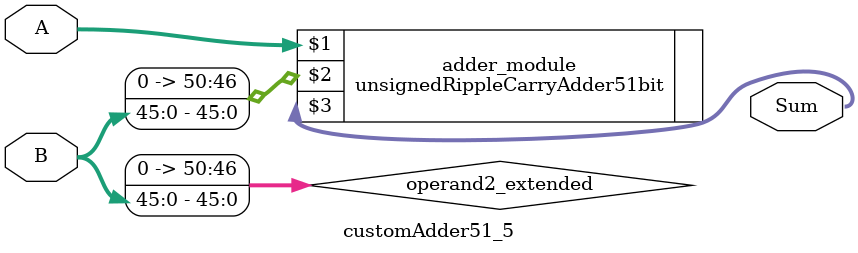
<source format=v>
module customAdder51_5(
                        input [50 : 0] A,
                        input [45 : 0] B,
                        
                        output [51 : 0] Sum
                );

        wire [50 : 0] operand2_extended;
        
        assign operand2_extended =  {5'b0, B};
        
        unsignedRippleCarryAdder51bit adder_module(
            A,
            operand2_extended,
            Sum
        );
        
        endmodule
        
</source>
